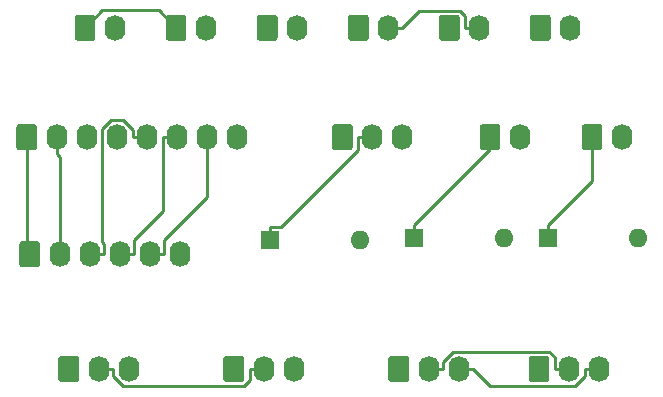
<source format=gbr>
G04 #@! TF.GenerationSoftware,KiCad,Pcbnew,(5.1.5-0-10_14)*
G04 #@! TF.CreationDate,2021-10-24T14:08:41+10:00*
G04 #@! TF.ProjectId,Vid Record and IFEI,56696420-5265-4636-9f72-6420616e6420,rev?*
G04 #@! TF.SameCoordinates,Original*
G04 #@! TF.FileFunction,Copper,L2,Bot*
G04 #@! TF.FilePolarity,Positive*
%FSLAX46Y46*%
G04 Gerber Fmt 4.6, Leading zero omitted, Abs format (unit mm)*
G04 Created by KiCad (PCBNEW (5.1.5-0-10_14)) date 2021-10-24 14:08:41*
%MOMM*%
%LPD*%
G04 APERTURE LIST*
%ADD10O,1.740000X2.200000*%
%ADD11C,0.100000*%
%ADD12O,1.600000X1.600000*%
%ADD13R,1.600000X1.600000*%
%ADD14C,0.250000*%
G04 APERTURE END LIST*
D10*
X171323000Y-86233000D03*
X168783000Y-86233000D03*
G04 #@! TA.AperFunction,ComponentPad*
D11*
G36*
X166887505Y-85134204D02*
G01*
X166911773Y-85137804D01*
X166935572Y-85143765D01*
X166958671Y-85152030D01*
X166980850Y-85162520D01*
X167001893Y-85175132D01*
X167021599Y-85189747D01*
X167039777Y-85206223D01*
X167056253Y-85224401D01*
X167070868Y-85244107D01*
X167083480Y-85265150D01*
X167093970Y-85287329D01*
X167102235Y-85310428D01*
X167108196Y-85334227D01*
X167111796Y-85358495D01*
X167113000Y-85382999D01*
X167113000Y-87083001D01*
X167111796Y-87107505D01*
X167108196Y-87131773D01*
X167102235Y-87155572D01*
X167093970Y-87178671D01*
X167083480Y-87200850D01*
X167070868Y-87221893D01*
X167056253Y-87241599D01*
X167039777Y-87259777D01*
X167021599Y-87276253D01*
X167001893Y-87290868D01*
X166980850Y-87303480D01*
X166958671Y-87313970D01*
X166935572Y-87322235D01*
X166911773Y-87328196D01*
X166887505Y-87331796D01*
X166863001Y-87333000D01*
X165622999Y-87333000D01*
X165598495Y-87331796D01*
X165574227Y-87328196D01*
X165550428Y-87322235D01*
X165527329Y-87313970D01*
X165505150Y-87303480D01*
X165484107Y-87290868D01*
X165464401Y-87276253D01*
X165446223Y-87259777D01*
X165429747Y-87241599D01*
X165415132Y-87221893D01*
X165402520Y-87200850D01*
X165392030Y-87178671D01*
X165383765Y-87155572D01*
X165377804Y-87131773D01*
X165374204Y-87107505D01*
X165373000Y-87083001D01*
X165373000Y-85382999D01*
X165374204Y-85358495D01*
X165377804Y-85334227D01*
X165383765Y-85310428D01*
X165392030Y-85287329D01*
X165402520Y-85265150D01*
X165415132Y-85244107D01*
X165429747Y-85224401D01*
X165446223Y-85206223D01*
X165464401Y-85189747D01*
X165484107Y-85175132D01*
X165505150Y-85162520D01*
X165527329Y-85152030D01*
X165550428Y-85143765D01*
X165574227Y-85137804D01*
X165598495Y-85134204D01*
X165622999Y-85133000D01*
X166863001Y-85133000D01*
X166887505Y-85134204D01*
G37*
G04 #@! TD.AperFunction*
D10*
X181292000Y-86233000D03*
G04 #@! TA.AperFunction,ComponentPad*
D11*
G36*
X179396505Y-85134204D02*
G01*
X179420773Y-85137804D01*
X179444572Y-85143765D01*
X179467671Y-85152030D01*
X179489850Y-85162520D01*
X179510893Y-85175132D01*
X179530599Y-85189747D01*
X179548777Y-85206223D01*
X179565253Y-85224401D01*
X179579868Y-85244107D01*
X179592480Y-85265150D01*
X179602970Y-85287329D01*
X179611235Y-85310428D01*
X179617196Y-85334227D01*
X179620796Y-85358495D01*
X179622000Y-85382999D01*
X179622000Y-87083001D01*
X179620796Y-87107505D01*
X179617196Y-87131773D01*
X179611235Y-87155572D01*
X179602970Y-87178671D01*
X179592480Y-87200850D01*
X179579868Y-87221893D01*
X179565253Y-87241599D01*
X179548777Y-87259777D01*
X179530599Y-87276253D01*
X179510893Y-87290868D01*
X179489850Y-87303480D01*
X179467671Y-87313970D01*
X179444572Y-87322235D01*
X179420773Y-87328196D01*
X179396505Y-87331796D01*
X179372001Y-87333000D01*
X178131999Y-87333000D01*
X178107495Y-87331796D01*
X178083227Y-87328196D01*
X178059428Y-87322235D01*
X178036329Y-87313970D01*
X178014150Y-87303480D01*
X177993107Y-87290868D01*
X177973401Y-87276253D01*
X177955223Y-87259777D01*
X177938747Y-87241599D01*
X177924132Y-87221893D01*
X177911520Y-87200850D01*
X177901030Y-87178671D01*
X177892765Y-87155572D01*
X177886804Y-87131773D01*
X177883204Y-87107505D01*
X177882000Y-87083001D01*
X177882000Y-85382999D01*
X177883204Y-85358495D01*
X177886804Y-85334227D01*
X177892765Y-85310428D01*
X177901030Y-85287329D01*
X177911520Y-85265150D01*
X177924132Y-85244107D01*
X177938747Y-85224401D01*
X177955223Y-85206223D01*
X177973401Y-85189747D01*
X177993107Y-85175132D01*
X178014150Y-85162520D01*
X178036329Y-85152030D01*
X178059428Y-85143765D01*
X178083227Y-85137804D01*
X178107495Y-85134204D01*
X178131999Y-85133000D01*
X179372001Y-85133000D01*
X179396505Y-85134204D01*
G37*
G04 #@! TD.AperFunction*
D10*
X189928000Y-86233000D03*
G04 #@! TA.AperFunction,ComponentPad*
D11*
G36*
X188032505Y-85134204D02*
G01*
X188056773Y-85137804D01*
X188080572Y-85143765D01*
X188103671Y-85152030D01*
X188125850Y-85162520D01*
X188146893Y-85175132D01*
X188166599Y-85189747D01*
X188184777Y-85206223D01*
X188201253Y-85224401D01*
X188215868Y-85244107D01*
X188228480Y-85265150D01*
X188238970Y-85287329D01*
X188247235Y-85310428D01*
X188253196Y-85334227D01*
X188256796Y-85358495D01*
X188258000Y-85382999D01*
X188258000Y-87083001D01*
X188256796Y-87107505D01*
X188253196Y-87131773D01*
X188247235Y-87155572D01*
X188238970Y-87178671D01*
X188228480Y-87200850D01*
X188215868Y-87221893D01*
X188201253Y-87241599D01*
X188184777Y-87259777D01*
X188166599Y-87276253D01*
X188146893Y-87290868D01*
X188125850Y-87303480D01*
X188103671Y-87313970D01*
X188080572Y-87322235D01*
X188056773Y-87328196D01*
X188032505Y-87331796D01*
X188008001Y-87333000D01*
X186767999Y-87333000D01*
X186743495Y-87331796D01*
X186719227Y-87328196D01*
X186695428Y-87322235D01*
X186672329Y-87313970D01*
X186650150Y-87303480D01*
X186629107Y-87290868D01*
X186609401Y-87276253D01*
X186591223Y-87259777D01*
X186574747Y-87241599D01*
X186560132Y-87221893D01*
X186547520Y-87200850D01*
X186537030Y-87178671D01*
X186528765Y-87155572D01*
X186522804Y-87131773D01*
X186519204Y-87107505D01*
X186518000Y-87083001D01*
X186518000Y-85382999D01*
X186519204Y-85358495D01*
X186522804Y-85334227D01*
X186528765Y-85310428D01*
X186537030Y-85287329D01*
X186547520Y-85265150D01*
X186560132Y-85244107D01*
X186574747Y-85224401D01*
X186591223Y-85206223D01*
X186609401Y-85189747D01*
X186629107Y-85175132D01*
X186650150Y-85162520D01*
X186672329Y-85152030D01*
X186695428Y-85143765D01*
X186719227Y-85137804D01*
X186743495Y-85134204D01*
X186767999Y-85133000D01*
X188008001Y-85133000D01*
X188032505Y-85134204D01*
G37*
G04 #@! TD.AperFunction*
D10*
X148146000Y-105854000D03*
X145606000Y-105854000D03*
G04 #@! TA.AperFunction,ComponentPad*
D11*
G36*
X143710505Y-104755204D02*
G01*
X143734773Y-104758804D01*
X143758572Y-104764765D01*
X143781671Y-104773030D01*
X143803850Y-104783520D01*
X143824893Y-104796132D01*
X143844599Y-104810747D01*
X143862777Y-104827223D01*
X143879253Y-104845401D01*
X143893868Y-104865107D01*
X143906480Y-104886150D01*
X143916970Y-104908329D01*
X143925235Y-104931428D01*
X143931196Y-104955227D01*
X143934796Y-104979495D01*
X143936000Y-105003999D01*
X143936000Y-106704001D01*
X143934796Y-106728505D01*
X143931196Y-106752773D01*
X143925235Y-106776572D01*
X143916970Y-106799671D01*
X143906480Y-106821850D01*
X143893868Y-106842893D01*
X143879253Y-106862599D01*
X143862777Y-106880777D01*
X143844599Y-106897253D01*
X143824893Y-106911868D01*
X143803850Y-106924480D01*
X143781671Y-106934970D01*
X143758572Y-106943235D01*
X143734773Y-106949196D01*
X143710505Y-106952796D01*
X143686001Y-106954000D01*
X142445999Y-106954000D01*
X142421495Y-106952796D01*
X142397227Y-106949196D01*
X142373428Y-106943235D01*
X142350329Y-106934970D01*
X142328150Y-106924480D01*
X142307107Y-106911868D01*
X142287401Y-106897253D01*
X142269223Y-106880777D01*
X142252747Y-106862599D01*
X142238132Y-106842893D01*
X142225520Y-106821850D01*
X142215030Y-106799671D01*
X142206765Y-106776572D01*
X142200804Y-106752773D01*
X142197204Y-106728505D01*
X142196000Y-106704001D01*
X142196000Y-105003999D01*
X142197204Y-104979495D01*
X142200804Y-104955227D01*
X142206765Y-104931428D01*
X142215030Y-104908329D01*
X142225520Y-104886150D01*
X142238132Y-104865107D01*
X142252747Y-104845401D01*
X142269223Y-104827223D01*
X142287401Y-104810747D01*
X142307107Y-104796132D01*
X142328150Y-104783520D01*
X142350329Y-104773030D01*
X142373428Y-104764765D01*
X142397227Y-104758804D01*
X142421495Y-104755204D01*
X142445999Y-104754000D01*
X143686001Y-104754000D01*
X143710505Y-104755204D01*
G37*
G04 #@! TD.AperFunction*
D10*
X176086000Y-105854000D03*
X173546000Y-105854000D03*
G04 #@! TA.AperFunction,ComponentPad*
D11*
G36*
X171650505Y-104755204D02*
G01*
X171674773Y-104758804D01*
X171698572Y-104764765D01*
X171721671Y-104773030D01*
X171743850Y-104783520D01*
X171764893Y-104796132D01*
X171784599Y-104810747D01*
X171802777Y-104827223D01*
X171819253Y-104845401D01*
X171833868Y-104865107D01*
X171846480Y-104886150D01*
X171856970Y-104908329D01*
X171865235Y-104931428D01*
X171871196Y-104955227D01*
X171874796Y-104979495D01*
X171876000Y-105003999D01*
X171876000Y-106704001D01*
X171874796Y-106728505D01*
X171871196Y-106752773D01*
X171865235Y-106776572D01*
X171856970Y-106799671D01*
X171846480Y-106821850D01*
X171833868Y-106842893D01*
X171819253Y-106862599D01*
X171802777Y-106880777D01*
X171784599Y-106897253D01*
X171764893Y-106911868D01*
X171743850Y-106924480D01*
X171721671Y-106934970D01*
X171698572Y-106943235D01*
X171674773Y-106949196D01*
X171650505Y-106952796D01*
X171626001Y-106954000D01*
X170385999Y-106954000D01*
X170361495Y-106952796D01*
X170337227Y-106949196D01*
X170313428Y-106943235D01*
X170290329Y-106934970D01*
X170268150Y-106924480D01*
X170247107Y-106911868D01*
X170227401Y-106897253D01*
X170209223Y-106880777D01*
X170192747Y-106862599D01*
X170178132Y-106842893D01*
X170165520Y-106821850D01*
X170155030Y-106799671D01*
X170146765Y-106776572D01*
X170140804Y-106752773D01*
X170137204Y-106728505D01*
X170136000Y-106704001D01*
X170136000Y-105003999D01*
X170137204Y-104979495D01*
X170140804Y-104955227D01*
X170146765Y-104931428D01*
X170155030Y-104908329D01*
X170165520Y-104886150D01*
X170178132Y-104865107D01*
X170192747Y-104845401D01*
X170209223Y-104827223D01*
X170227401Y-104810747D01*
X170247107Y-104796132D01*
X170268150Y-104783520D01*
X170290329Y-104773030D01*
X170313428Y-104764765D01*
X170337227Y-104758804D01*
X170361495Y-104755204D01*
X170385999Y-104754000D01*
X171626001Y-104754000D01*
X171650505Y-104755204D01*
G37*
G04 #@! TD.AperFunction*
D10*
X185547000Y-76962000D03*
G04 #@! TA.AperFunction,ComponentPad*
D11*
G36*
X183651505Y-75863204D02*
G01*
X183675773Y-75866804D01*
X183699572Y-75872765D01*
X183722671Y-75881030D01*
X183744850Y-75891520D01*
X183765893Y-75904132D01*
X183785599Y-75918747D01*
X183803777Y-75935223D01*
X183820253Y-75953401D01*
X183834868Y-75973107D01*
X183847480Y-75994150D01*
X183857970Y-76016329D01*
X183866235Y-76039428D01*
X183872196Y-76063227D01*
X183875796Y-76087495D01*
X183877000Y-76111999D01*
X183877000Y-77812001D01*
X183875796Y-77836505D01*
X183872196Y-77860773D01*
X183866235Y-77884572D01*
X183857970Y-77907671D01*
X183847480Y-77929850D01*
X183834868Y-77950893D01*
X183820253Y-77970599D01*
X183803777Y-77988777D01*
X183785599Y-78005253D01*
X183765893Y-78019868D01*
X183744850Y-78032480D01*
X183722671Y-78042970D01*
X183699572Y-78051235D01*
X183675773Y-78057196D01*
X183651505Y-78060796D01*
X183627001Y-78062000D01*
X182386999Y-78062000D01*
X182362495Y-78060796D01*
X182338227Y-78057196D01*
X182314428Y-78051235D01*
X182291329Y-78042970D01*
X182269150Y-78032480D01*
X182248107Y-78019868D01*
X182228401Y-78005253D01*
X182210223Y-77988777D01*
X182193747Y-77970599D01*
X182179132Y-77950893D01*
X182166520Y-77929850D01*
X182156030Y-77907671D01*
X182147765Y-77884572D01*
X182141804Y-77860773D01*
X182138204Y-77836505D01*
X182137000Y-77812001D01*
X182137000Y-76111999D01*
X182138204Y-76087495D01*
X182141804Y-76063227D01*
X182147765Y-76039428D01*
X182156030Y-76016329D01*
X182166520Y-75994150D01*
X182179132Y-75973107D01*
X182193747Y-75953401D01*
X182210223Y-75935223D01*
X182228401Y-75918747D01*
X182248107Y-75904132D01*
X182269150Y-75891520D01*
X182291329Y-75881030D01*
X182314428Y-75872765D01*
X182338227Y-75866804D01*
X182362495Y-75863204D01*
X182386999Y-75862000D01*
X183627001Y-75862000D01*
X183651505Y-75863204D01*
G37*
G04 #@! TD.AperFunction*
D10*
X177838000Y-76962000D03*
G04 #@! TA.AperFunction,ComponentPad*
D11*
G36*
X175942505Y-75863204D02*
G01*
X175966773Y-75866804D01*
X175990572Y-75872765D01*
X176013671Y-75881030D01*
X176035850Y-75891520D01*
X176056893Y-75904132D01*
X176076599Y-75918747D01*
X176094777Y-75935223D01*
X176111253Y-75953401D01*
X176125868Y-75973107D01*
X176138480Y-75994150D01*
X176148970Y-76016329D01*
X176157235Y-76039428D01*
X176163196Y-76063227D01*
X176166796Y-76087495D01*
X176168000Y-76111999D01*
X176168000Y-77812001D01*
X176166796Y-77836505D01*
X176163196Y-77860773D01*
X176157235Y-77884572D01*
X176148970Y-77907671D01*
X176138480Y-77929850D01*
X176125868Y-77950893D01*
X176111253Y-77970599D01*
X176094777Y-77988777D01*
X176076599Y-78005253D01*
X176056893Y-78019868D01*
X176035850Y-78032480D01*
X176013671Y-78042970D01*
X175990572Y-78051235D01*
X175966773Y-78057196D01*
X175942505Y-78060796D01*
X175918001Y-78062000D01*
X174677999Y-78062000D01*
X174653495Y-78060796D01*
X174629227Y-78057196D01*
X174605428Y-78051235D01*
X174582329Y-78042970D01*
X174560150Y-78032480D01*
X174539107Y-78019868D01*
X174519401Y-78005253D01*
X174501223Y-77988777D01*
X174484747Y-77970599D01*
X174470132Y-77950893D01*
X174457520Y-77929850D01*
X174447030Y-77907671D01*
X174438765Y-77884572D01*
X174432804Y-77860773D01*
X174429204Y-77836505D01*
X174428000Y-77812001D01*
X174428000Y-76111999D01*
X174429204Y-76087495D01*
X174432804Y-76063227D01*
X174438765Y-76039428D01*
X174447030Y-76016329D01*
X174457520Y-75994150D01*
X174470132Y-75973107D01*
X174484747Y-75953401D01*
X174501223Y-75935223D01*
X174519401Y-75918747D01*
X174539107Y-75904132D01*
X174560150Y-75891520D01*
X174582329Y-75881030D01*
X174605428Y-75872765D01*
X174629227Y-75866804D01*
X174653495Y-75863204D01*
X174677999Y-75862000D01*
X175918001Y-75862000D01*
X175942505Y-75863204D01*
G37*
G04 #@! TD.AperFunction*
D10*
X162420000Y-76962000D03*
G04 #@! TA.AperFunction,ComponentPad*
D11*
G36*
X160524505Y-75863204D02*
G01*
X160548773Y-75866804D01*
X160572572Y-75872765D01*
X160595671Y-75881030D01*
X160617850Y-75891520D01*
X160638893Y-75904132D01*
X160658599Y-75918747D01*
X160676777Y-75935223D01*
X160693253Y-75953401D01*
X160707868Y-75973107D01*
X160720480Y-75994150D01*
X160730970Y-76016329D01*
X160739235Y-76039428D01*
X160745196Y-76063227D01*
X160748796Y-76087495D01*
X160750000Y-76111999D01*
X160750000Y-77812001D01*
X160748796Y-77836505D01*
X160745196Y-77860773D01*
X160739235Y-77884572D01*
X160730970Y-77907671D01*
X160720480Y-77929850D01*
X160707868Y-77950893D01*
X160693253Y-77970599D01*
X160676777Y-77988777D01*
X160658599Y-78005253D01*
X160638893Y-78019868D01*
X160617850Y-78032480D01*
X160595671Y-78042970D01*
X160572572Y-78051235D01*
X160548773Y-78057196D01*
X160524505Y-78060796D01*
X160500001Y-78062000D01*
X159259999Y-78062000D01*
X159235495Y-78060796D01*
X159211227Y-78057196D01*
X159187428Y-78051235D01*
X159164329Y-78042970D01*
X159142150Y-78032480D01*
X159121107Y-78019868D01*
X159101401Y-78005253D01*
X159083223Y-77988777D01*
X159066747Y-77970599D01*
X159052132Y-77950893D01*
X159039520Y-77929850D01*
X159029030Y-77907671D01*
X159020765Y-77884572D01*
X159014804Y-77860773D01*
X159011204Y-77836505D01*
X159010000Y-77812001D01*
X159010000Y-76111999D01*
X159011204Y-76087495D01*
X159014804Y-76063227D01*
X159020765Y-76039428D01*
X159029030Y-76016329D01*
X159039520Y-75994150D01*
X159052132Y-75973107D01*
X159066747Y-75953401D01*
X159083223Y-75935223D01*
X159101401Y-75918747D01*
X159121107Y-75904132D01*
X159142150Y-75891520D01*
X159164329Y-75881030D01*
X159187428Y-75872765D01*
X159211227Y-75866804D01*
X159235495Y-75863204D01*
X159259999Y-75862000D01*
X160500001Y-75862000D01*
X160524505Y-75863204D01*
G37*
G04 #@! TD.AperFunction*
D10*
X170129000Y-76962000D03*
G04 #@! TA.AperFunction,ComponentPad*
D11*
G36*
X168233505Y-75863204D02*
G01*
X168257773Y-75866804D01*
X168281572Y-75872765D01*
X168304671Y-75881030D01*
X168326850Y-75891520D01*
X168347893Y-75904132D01*
X168367599Y-75918747D01*
X168385777Y-75935223D01*
X168402253Y-75953401D01*
X168416868Y-75973107D01*
X168429480Y-75994150D01*
X168439970Y-76016329D01*
X168448235Y-76039428D01*
X168454196Y-76063227D01*
X168457796Y-76087495D01*
X168459000Y-76111999D01*
X168459000Y-77812001D01*
X168457796Y-77836505D01*
X168454196Y-77860773D01*
X168448235Y-77884572D01*
X168439970Y-77907671D01*
X168429480Y-77929850D01*
X168416868Y-77950893D01*
X168402253Y-77970599D01*
X168385777Y-77988777D01*
X168367599Y-78005253D01*
X168347893Y-78019868D01*
X168326850Y-78032480D01*
X168304671Y-78042970D01*
X168281572Y-78051235D01*
X168257773Y-78057196D01*
X168233505Y-78060796D01*
X168209001Y-78062000D01*
X166968999Y-78062000D01*
X166944495Y-78060796D01*
X166920227Y-78057196D01*
X166896428Y-78051235D01*
X166873329Y-78042970D01*
X166851150Y-78032480D01*
X166830107Y-78019868D01*
X166810401Y-78005253D01*
X166792223Y-77988777D01*
X166775747Y-77970599D01*
X166761132Y-77950893D01*
X166748520Y-77929850D01*
X166738030Y-77907671D01*
X166729765Y-77884572D01*
X166723804Y-77860773D01*
X166720204Y-77836505D01*
X166719000Y-77812001D01*
X166719000Y-76111999D01*
X166720204Y-76087495D01*
X166723804Y-76063227D01*
X166729765Y-76039428D01*
X166738030Y-76016329D01*
X166748520Y-75994150D01*
X166761132Y-75973107D01*
X166775747Y-75953401D01*
X166792223Y-75935223D01*
X166810401Y-75918747D01*
X166830107Y-75904132D01*
X166851150Y-75891520D01*
X166873329Y-75881030D01*
X166896428Y-75872765D01*
X166920227Y-75866804D01*
X166944495Y-75863204D01*
X166968999Y-75862000D01*
X168209001Y-75862000D01*
X168233505Y-75863204D01*
G37*
G04 #@! TD.AperFunction*
D10*
X147002000Y-76962000D03*
G04 #@! TA.AperFunction,ComponentPad*
D11*
G36*
X145106505Y-75863204D02*
G01*
X145130773Y-75866804D01*
X145154572Y-75872765D01*
X145177671Y-75881030D01*
X145199850Y-75891520D01*
X145220893Y-75904132D01*
X145240599Y-75918747D01*
X145258777Y-75935223D01*
X145275253Y-75953401D01*
X145289868Y-75973107D01*
X145302480Y-75994150D01*
X145312970Y-76016329D01*
X145321235Y-76039428D01*
X145327196Y-76063227D01*
X145330796Y-76087495D01*
X145332000Y-76111999D01*
X145332000Y-77812001D01*
X145330796Y-77836505D01*
X145327196Y-77860773D01*
X145321235Y-77884572D01*
X145312970Y-77907671D01*
X145302480Y-77929850D01*
X145289868Y-77950893D01*
X145275253Y-77970599D01*
X145258777Y-77988777D01*
X145240599Y-78005253D01*
X145220893Y-78019868D01*
X145199850Y-78032480D01*
X145177671Y-78042970D01*
X145154572Y-78051235D01*
X145130773Y-78057196D01*
X145106505Y-78060796D01*
X145082001Y-78062000D01*
X143841999Y-78062000D01*
X143817495Y-78060796D01*
X143793227Y-78057196D01*
X143769428Y-78051235D01*
X143746329Y-78042970D01*
X143724150Y-78032480D01*
X143703107Y-78019868D01*
X143683401Y-78005253D01*
X143665223Y-77988777D01*
X143648747Y-77970599D01*
X143634132Y-77950893D01*
X143621520Y-77929850D01*
X143611030Y-77907671D01*
X143602765Y-77884572D01*
X143596804Y-77860773D01*
X143593204Y-77836505D01*
X143592000Y-77812001D01*
X143592000Y-76111999D01*
X143593204Y-76087495D01*
X143596804Y-76063227D01*
X143602765Y-76039428D01*
X143611030Y-76016329D01*
X143621520Y-75994150D01*
X143634132Y-75973107D01*
X143648747Y-75953401D01*
X143665223Y-75935223D01*
X143683401Y-75918747D01*
X143703107Y-75904132D01*
X143724150Y-75891520D01*
X143746329Y-75881030D01*
X143769428Y-75872765D01*
X143793227Y-75866804D01*
X143817495Y-75863204D01*
X143841999Y-75862000D01*
X145082001Y-75862000D01*
X145106505Y-75863204D01*
G37*
G04 #@! TD.AperFunction*
D10*
X154711000Y-76962000D03*
G04 #@! TA.AperFunction,ComponentPad*
D11*
G36*
X152815505Y-75863204D02*
G01*
X152839773Y-75866804D01*
X152863572Y-75872765D01*
X152886671Y-75881030D01*
X152908850Y-75891520D01*
X152929893Y-75904132D01*
X152949599Y-75918747D01*
X152967777Y-75935223D01*
X152984253Y-75953401D01*
X152998868Y-75973107D01*
X153011480Y-75994150D01*
X153021970Y-76016329D01*
X153030235Y-76039428D01*
X153036196Y-76063227D01*
X153039796Y-76087495D01*
X153041000Y-76111999D01*
X153041000Y-77812001D01*
X153039796Y-77836505D01*
X153036196Y-77860773D01*
X153030235Y-77884572D01*
X153021970Y-77907671D01*
X153011480Y-77929850D01*
X152998868Y-77950893D01*
X152984253Y-77970599D01*
X152967777Y-77988777D01*
X152949599Y-78005253D01*
X152929893Y-78019868D01*
X152908850Y-78032480D01*
X152886671Y-78042970D01*
X152863572Y-78051235D01*
X152839773Y-78057196D01*
X152815505Y-78060796D01*
X152791001Y-78062000D01*
X151550999Y-78062000D01*
X151526495Y-78060796D01*
X151502227Y-78057196D01*
X151478428Y-78051235D01*
X151455329Y-78042970D01*
X151433150Y-78032480D01*
X151412107Y-78019868D01*
X151392401Y-78005253D01*
X151374223Y-77988777D01*
X151357747Y-77970599D01*
X151343132Y-77950893D01*
X151330520Y-77929850D01*
X151320030Y-77907671D01*
X151311765Y-77884572D01*
X151305804Y-77860773D01*
X151302204Y-77836505D01*
X151301000Y-77812001D01*
X151301000Y-76111999D01*
X151302204Y-76087495D01*
X151305804Y-76063227D01*
X151311765Y-76039428D01*
X151320030Y-76016329D01*
X151330520Y-75994150D01*
X151343132Y-75973107D01*
X151357747Y-75953401D01*
X151374223Y-75935223D01*
X151392401Y-75918747D01*
X151412107Y-75904132D01*
X151433150Y-75891520D01*
X151455329Y-75881030D01*
X151478428Y-75872765D01*
X151502227Y-75866804D01*
X151526495Y-75863204D01*
X151550999Y-75862000D01*
X152791001Y-75862000D01*
X152815505Y-75863204D01*
G37*
G04 #@! TD.AperFunction*
D10*
X157290000Y-86233000D03*
X154750000Y-86233000D03*
X152210000Y-86233000D03*
X149670000Y-86233000D03*
X147130000Y-86233000D03*
X144590000Y-86233000D03*
X142050000Y-86233000D03*
G04 #@! TA.AperFunction,ComponentPad*
D11*
G36*
X140154505Y-85134204D02*
G01*
X140178773Y-85137804D01*
X140202572Y-85143765D01*
X140225671Y-85152030D01*
X140247850Y-85162520D01*
X140268893Y-85175132D01*
X140288599Y-85189747D01*
X140306777Y-85206223D01*
X140323253Y-85224401D01*
X140337868Y-85244107D01*
X140350480Y-85265150D01*
X140360970Y-85287329D01*
X140369235Y-85310428D01*
X140375196Y-85334227D01*
X140378796Y-85358495D01*
X140380000Y-85382999D01*
X140380000Y-87083001D01*
X140378796Y-87107505D01*
X140375196Y-87131773D01*
X140369235Y-87155572D01*
X140360970Y-87178671D01*
X140350480Y-87200850D01*
X140337868Y-87221893D01*
X140323253Y-87241599D01*
X140306777Y-87259777D01*
X140288599Y-87276253D01*
X140268893Y-87290868D01*
X140247850Y-87303480D01*
X140225671Y-87313970D01*
X140202572Y-87322235D01*
X140178773Y-87328196D01*
X140154505Y-87331796D01*
X140130001Y-87333000D01*
X138889999Y-87333000D01*
X138865495Y-87331796D01*
X138841227Y-87328196D01*
X138817428Y-87322235D01*
X138794329Y-87313970D01*
X138772150Y-87303480D01*
X138751107Y-87290868D01*
X138731401Y-87276253D01*
X138713223Y-87259777D01*
X138696747Y-87241599D01*
X138682132Y-87221893D01*
X138669520Y-87200850D01*
X138659030Y-87178671D01*
X138650765Y-87155572D01*
X138644804Y-87131773D01*
X138641204Y-87107505D01*
X138640000Y-87083001D01*
X138640000Y-85382999D01*
X138641204Y-85358495D01*
X138644804Y-85334227D01*
X138650765Y-85310428D01*
X138659030Y-85287329D01*
X138669520Y-85265150D01*
X138682132Y-85244107D01*
X138696747Y-85224401D01*
X138713223Y-85206223D01*
X138731401Y-85189747D01*
X138751107Y-85175132D01*
X138772150Y-85162520D01*
X138794329Y-85152030D01*
X138817428Y-85143765D01*
X138841227Y-85137804D01*
X138865495Y-85134204D01*
X138889999Y-85133000D01*
X140130001Y-85133000D01*
X140154505Y-85134204D01*
G37*
G04 #@! TD.AperFunction*
D10*
X152464000Y-96139000D03*
X149924000Y-96139000D03*
X147384000Y-96139000D03*
X144844000Y-96139000D03*
X142304000Y-96139000D03*
G04 #@! TA.AperFunction,ComponentPad*
D11*
G36*
X140408505Y-95040204D02*
G01*
X140432773Y-95043804D01*
X140456572Y-95049765D01*
X140479671Y-95058030D01*
X140501850Y-95068520D01*
X140522893Y-95081132D01*
X140542599Y-95095747D01*
X140560777Y-95112223D01*
X140577253Y-95130401D01*
X140591868Y-95150107D01*
X140604480Y-95171150D01*
X140614970Y-95193329D01*
X140623235Y-95216428D01*
X140629196Y-95240227D01*
X140632796Y-95264495D01*
X140634000Y-95288999D01*
X140634000Y-96989001D01*
X140632796Y-97013505D01*
X140629196Y-97037773D01*
X140623235Y-97061572D01*
X140614970Y-97084671D01*
X140604480Y-97106850D01*
X140591868Y-97127893D01*
X140577253Y-97147599D01*
X140560777Y-97165777D01*
X140542599Y-97182253D01*
X140522893Y-97196868D01*
X140501850Y-97209480D01*
X140479671Y-97219970D01*
X140456572Y-97228235D01*
X140432773Y-97234196D01*
X140408505Y-97237796D01*
X140384001Y-97239000D01*
X139143999Y-97239000D01*
X139119495Y-97237796D01*
X139095227Y-97234196D01*
X139071428Y-97228235D01*
X139048329Y-97219970D01*
X139026150Y-97209480D01*
X139005107Y-97196868D01*
X138985401Y-97182253D01*
X138967223Y-97165777D01*
X138950747Y-97147599D01*
X138936132Y-97127893D01*
X138923520Y-97106850D01*
X138913030Y-97084671D01*
X138904765Y-97061572D01*
X138898804Y-97037773D01*
X138895204Y-97013505D01*
X138894000Y-96989001D01*
X138894000Y-95288999D01*
X138895204Y-95264495D01*
X138898804Y-95240227D01*
X138904765Y-95216428D01*
X138913030Y-95193329D01*
X138923520Y-95171150D01*
X138936132Y-95150107D01*
X138950747Y-95130401D01*
X138967223Y-95112223D01*
X138985401Y-95095747D01*
X139005107Y-95081132D01*
X139026150Y-95068520D01*
X139048329Y-95058030D01*
X139071428Y-95049765D01*
X139095227Y-95043804D01*
X139119495Y-95040204D01*
X139143999Y-95039000D01*
X140384001Y-95039000D01*
X140408505Y-95040204D01*
G37*
G04 #@! TD.AperFunction*
D10*
X162116000Y-105854000D03*
X159576000Y-105854000D03*
G04 #@! TA.AperFunction,ComponentPad*
D11*
G36*
X157680505Y-104755204D02*
G01*
X157704773Y-104758804D01*
X157728572Y-104764765D01*
X157751671Y-104773030D01*
X157773850Y-104783520D01*
X157794893Y-104796132D01*
X157814599Y-104810747D01*
X157832777Y-104827223D01*
X157849253Y-104845401D01*
X157863868Y-104865107D01*
X157876480Y-104886150D01*
X157886970Y-104908329D01*
X157895235Y-104931428D01*
X157901196Y-104955227D01*
X157904796Y-104979495D01*
X157906000Y-105003999D01*
X157906000Y-106704001D01*
X157904796Y-106728505D01*
X157901196Y-106752773D01*
X157895235Y-106776572D01*
X157886970Y-106799671D01*
X157876480Y-106821850D01*
X157863868Y-106842893D01*
X157849253Y-106862599D01*
X157832777Y-106880777D01*
X157814599Y-106897253D01*
X157794893Y-106911868D01*
X157773850Y-106924480D01*
X157751671Y-106934970D01*
X157728572Y-106943235D01*
X157704773Y-106949196D01*
X157680505Y-106952796D01*
X157656001Y-106954000D01*
X156415999Y-106954000D01*
X156391495Y-106952796D01*
X156367227Y-106949196D01*
X156343428Y-106943235D01*
X156320329Y-106934970D01*
X156298150Y-106924480D01*
X156277107Y-106911868D01*
X156257401Y-106897253D01*
X156239223Y-106880777D01*
X156222747Y-106862599D01*
X156208132Y-106842893D01*
X156195520Y-106821850D01*
X156185030Y-106799671D01*
X156176765Y-106776572D01*
X156170804Y-106752773D01*
X156167204Y-106728505D01*
X156166000Y-106704001D01*
X156166000Y-105003999D01*
X156167204Y-104979495D01*
X156170804Y-104955227D01*
X156176765Y-104931428D01*
X156185030Y-104908329D01*
X156195520Y-104886150D01*
X156208132Y-104865107D01*
X156222747Y-104845401D01*
X156239223Y-104827223D01*
X156257401Y-104810747D01*
X156277107Y-104796132D01*
X156298150Y-104783520D01*
X156320329Y-104773030D01*
X156343428Y-104764765D01*
X156367227Y-104758804D01*
X156391495Y-104755204D01*
X156415999Y-104754000D01*
X157656001Y-104754000D01*
X157680505Y-104755204D01*
G37*
G04 #@! TD.AperFunction*
D10*
X187960000Y-105854000D03*
X185420000Y-105854000D03*
G04 #@! TA.AperFunction,ComponentPad*
D11*
G36*
X183524505Y-104755204D02*
G01*
X183548773Y-104758804D01*
X183572572Y-104764765D01*
X183595671Y-104773030D01*
X183617850Y-104783520D01*
X183638893Y-104796132D01*
X183658599Y-104810747D01*
X183676777Y-104827223D01*
X183693253Y-104845401D01*
X183707868Y-104865107D01*
X183720480Y-104886150D01*
X183730970Y-104908329D01*
X183739235Y-104931428D01*
X183745196Y-104955227D01*
X183748796Y-104979495D01*
X183750000Y-105003999D01*
X183750000Y-106704001D01*
X183748796Y-106728505D01*
X183745196Y-106752773D01*
X183739235Y-106776572D01*
X183730970Y-106799671D01*
X183720480Y-106821850D01*
X183707868Y-106842893D01*
X183693253Y-106862599D01*
X183676777Y-106880777D01*
X183658599Y-106897253D01*
X183638893Y-106911868D01*
X183617850Y-106924480D01*
X183595671Y-106934970D01*
X183572572Y-106943235D01*
X183548773Y-106949196D01*
X183524505Y-106952796D01*
X183500001Y-106954000D01*
X182259999Y-106954000D01*
X182235495Y-106952796D01*
X182211227Y-106949196D01*
X182187428Y-106943235D01*
X182164329Y-106934970D01*
X182142150Y-106924480D01*
X182121107Y-106911868D01*
X182101401Y-106897253D01*
X182083223Y-106880777D01*
X182066747Y-106862599D01*
X182052132Y-106842893D01*
X182039520Y-106821850D01*
X182029030Y-106799671D01*
X182020765Y-106776572D01*
X182014804Y-106752773D01*
X182011204Y-106728505D01*
X182010000Y-106704001D01*
X182010000Y-105003999D01*
X182011204Y-104979495D01*
X182014804Y-104955227D01*
X182020765Y-104931428D01*
X182029030Y-104908329D01*
X182039520Y-104886150D01*
X182052132Y-104865107D01*
X182066747Y-104845401D01*
X182083223Y-104827223D01*
X182101401Y-104810747D01*
X182121107Y-104796132D01*
X182142150Y-104783520D01*
X182164329Y-104773030D01*
X182187428Y-104764765D01*
X182211227Y-104758804D01*
X182235495Y-104755204D01*
X182259999Y-104754000D01*
X183500001Y-104754000D01*
X183524505Y-104755204D01*
G37*
G04 #@! TD.AperFunction*
D12*
X167704000Y-94932500D03*
D13*
X160084000Y-94932500D03*
D12*
X179896000Y-94805500D03*
D13*
X172276000Y-94805500D03*
D12*
X191262000Y-94805500D03*
D13*
X183642000Y-94805500D03*
D14*
X183642000Y-94805500D02*
X183642000Y-93680200D01*
X183642000Y-93680200D02*
X187388000Y-89934200D01*
X187388000Y-89934200D02*
X187388000Y-86233000D01*
X172276000Y-94805500D02*
X172276000Y-93680200D01*
X172276000Y-93680200D02*
X178752000Y-87204200D01*
X178752000Y-87204200D02*
X178752000Y-86233000D01*
X168783000Y-86233000D02*
X167587700Y-86233000D01*
X160084000Y-94932500D02*
X160084000Y-93807200D01*
X160084000Y-93807200D02*
X161068200Y-93807200D01*
X161068200Y-93807200D02*
X167587700Y-87287700D01*
X167587700Y-87287700D02*
X167587700Y-86233000D01*
X176086000Y-105854000D02*
X177281300Y-105854000D01*
X187960000Y-105854000D02*
X186764700Y-105854000D01*
X186764700Y-105854000D02*
X186764700Y-106451600D01*
X186764700Y-106451600D02*
X185909900Y-107306400D01*
X185909900Y-107306400D02*
X178733700Y-107306400D01*
X178733700Y-107306400D02*
X177281300Y-105854000D01*
X173546000Y-105854000D02*
X174741300Y-105854000D01*
X185420000Y-105854000D02*
X184224700Y-105854000D01*
X184224700Y-105854000D02*
X184224700Y-104882800D01*
X184224700Y-104882800D02*
X183769300Y-104427400D01*
X183769300Y-104427400D02*
X175570200Y-104427400D01*
X175570200Y-104427400D02*
X174741300Y-105256300D01*
X174741300Y-105256300D02*
X174741300Y-105854000D01*
X145606000Y-105854000D02*
X146801300Y-105854000D01*
X159576000Y-105854000D02*
X158380700Y-105854000D01*
X158380700Y-105854000D02*
X158380700Y-106825200D01*
X158380700Y-106825200D02*
X157909300Y-107296600D01*
X157909300Y-107296600D02*
X147646200Y-107296600D01*
X147646200Y-107296600D02*
X146801300Y-106451700D01*
X146801300Y-106451700D02*
X146801300Y-105854000D01*
X149924000Y-96139000D02*
X151119300Y-96139000D01*
X151119300Y-96139000D02*
X151119300Y-94943700D01*
X151119300Y-94943700D02*
X154750000Y-91313000D01*
X154750000Y-91313000D02*
X154750000Y-86233000D01*
X147384000Y-96139000D02*
X148579300Y-96139000D01*
X152210000Y-86233000D02*
X151014700Y-86233000D01*
X148579300Y-96139000D02*
X148579300Y-94943700D01*
X148579300Y-94943700D02*
X151014700Y-92508300D01*
X151014700Y-92508300D02*
X151014700Y-86233000D01*
X149670000Y-86233000D02*
X148474700Y-86233000D01*
X144844000Y-96139000D02*
X146039300Y-96139000D01*
X146039300Y-96139000D02*
X146039300Y-95310500D01*
X146039300Y-95310500D02*
X145855900Y-95127100D01*
X145855900Y-95127100D02*
X145855900Y-85581900D01*
X145855900Y-85581900D02*
X146646600Y-84791200D01*
X146646600Y-84791200D02*
X147630500Y-84791200D01*
X147630500Y-84791200D02*
X148474700Y-85635400D01*
X148474700Y-85635400D02*
X148474700Y-86233000D01*
X142050000Y-86233000D02*
X142050000Y-87658300D01*
X142304000Y-96139000D02*
X142304000Y-87912300D01*
X142304000Y-87912300D02*
X142050000Y-87658300D01*
X139764000Y-96139000D02*
X139510000Y-95885000D01*
X139510000Y-95885000D02*
X139510000Y-86233000D01*
X177838000Y-76962000D02*
X176642700Y-76962000D01*
X170129000Y-76962000D02*
X171324300Y-76962000D01*
X171324300Y-76962000D02*
X172756300Y-75530000D01*
X172756300Y-75530000D02*
X176181900Y-75530000D01*
X176181900Y-75530000D02*
X176642700Y-75990800D01*
X176642700Y-75990800D02*
X176642700Y-76962000D01*
X152171000Y-76962000D02*
X150710800Y-75501800D01*
X150710800Y-75501800D02*
X145922200Y-75501800D01*
X145922200Y-75501800D02*
X144462000Y-76962000D01*
M02*

</source>
